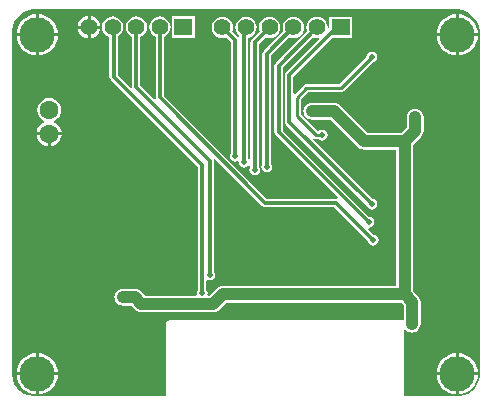
<source format=gbl>
G04*
G04 #@! TF.GenerationSoftware,Altium Limited,Altium Designer,20.0.2 (26)*
G04*
G04 Layer_Physical_Order=2*
G04 Layer_Color=16711680*
%FSLAX25Y25*%
%MOIN*%
G70*
G01*
G75*
%ADD68C,0.00984*%
%ADD71C,0.03937*%
%ADD72C,0.01181*%
%ADD73R,0.06000X0.05512*%
%ADD74C,0.05512*%
%ADD75C,0.06299*%
%ADD76C,0.11811*%
%ADD77C,0.01968*%
%ADD78C,0.03937*%
G36*
X151434Y131393D02*
X152889Y130789D01*
X154200Y129914D01*
X155314Y128800D01*
X156190Y127489D01*
X156793Y126033D01*
X157100Y124488D01*
Y123700D01*
Y10200D01*
Y9461D01*
X156812Y8012D01*
X156246Y6647D01*
X155426Y5419D01*
X154381Y4374D01*
X153153Y3554D01*
X151788Y2988D01*
X150339Y2700D01*
X132003D01*
Y24736D01*
X132503Y24906D01*
X132634Y24735D01*
X133210Y24293D01*
X133881Y24015D01*
X134600Y23920D01*
X135319Y24015D01*
X135990Y24293D01*
X136565Y24735D01*
X137007Y25310D01*
X137285Y25981D01*
X137380Y26700D01*
Y30450D01*
Y34200D01*
X137285Y34919D01*
X137007Y35590D01*
X136565Y36165D01*
X134880Y37851D01*
Y86549D01*
X137566Y89235D01*
X138007Y89810D01*
X138285Y90481D01*
X138380Y91200D01*
Y95700D01*
X138285Y96419D01*
X138007Y97090D01*
X137566Y97666D01*
X136990Y98107D01*
X136319Y98385D01*
X135600Y98480D01*
X134881Y98385D01*
X134210Y98107D01*
X133634Y97666D01*
X133193Y97090D01*
X132915Y96419D01*
X132820Y95700D01*
Y92351D01*
X130949Y90480D01*
X119751D01*
X110565Y99665D01*
X109990Y100107D01*
X109319Y100385D01*
X108600Y100480D01*
X101100D01*
X100381Y100385D01*
X99710Y100107D01*
X99134Y99665D01*
X98693Y99090D01*
X98415Y98419D01*
X98320Y97700D01*
X98415Y96981D01*
X98693Y96310D01*
X99134Y95735D01*
X99710Y95293D01*
X100381Y95015D01*
X101100Y94920D01*
X107449D01*
X116635Y85734D01*
X117210Y85293D01*
X117881Y85015D01*
X118600Y84920D01*
X129320D01*
Y39480D01*
X71600D01*
X70881Y39385D01*
X70210Y39107D01*
X69634Y38666D01*
X67208Y36239D01*
X66645D01*
X66315Y36740D01*
X66406Y37200D01*
X66269Y37891D01*
X66005Y38286D01*
Y41245D01*
X66505Y41512D01*
X67100Y41394D01*
X67791Y41531D01*
X68377Y41923D01*
X68769Y42509D01*
X68906Y43200D01*
X68769Y43891D01*
X68505Y44286D01*
Y81200D01*
X68405Y81701D01*
X68427Y81730D01*
X68948Y81865D01*
X84607Y66207D01*
X85062Y65902D01*
X85600Y65795D01*
X108518D01*
X119839Y54475D01*
X119931Y54009D01*
X120323Y53423D01*
X120909Y53031D01*
X121600Y52894D01*
X122291Y53031D01*
X122877Y53423D01*
X123269Y54009D01*
X123406Y54700D01*
X123269Y55391D01*
X122877Y55977D01*
X122291Y56369D01*
X121825Y56462D01*
X119854Y58433D01*
X120100Y58894D01*
X120791Y59031D01*
X121377Y59423D01*
X121769Y60009D01*
X121906Y60700D01*
X121769Y61391D01*
X121377Y61977D01*
X120791Y62369D01*
X120325Y62462D01*
X91505Y91282D01*
Y112370D01*
X101541Y122406D01*
X101923Y122248D01*
X102848Y122126D01*
X103405Y122199D01*
X103639Y121726D01*
X92607Y110694D01*
X92302Y110238D01*
X92195Y109700D01*
Y94200D01*
X92302Y93662D01*
X92607Y93207D01*
X119339Y66475D01*
X119431Y66009D01*
X119823Y65423D01*
X120409Y65031D01*
X121100Y64894D01*
X121791Y65031D01*
X122377Y65423D01*
X122769Y66009D01*
X122906Y66700D01*
X122769Y67391D01*
X122377Y67977D01*
X121791Y68369D01*
X121325Y68462D01*
X101476Y88311D01*
X101795Y88699D01*
X102101Y88495D01*
X102600Y88395D01*
X103364D01*
X103909Y88031D01*
X104600Y87894D01*
X105291Y88031D01*
X105877Y88423D01*
X106269Y89009D01*
X106406Y89700D01*
X106269Y90391D01*
X105877Y90977D01*
X105291Y91369D01*
X104600Y91506D01*
X103909Y91369D01*
X103364Y91005D01*
X103140D01*
X97405Y96740D01*
Y101660D01*
X99890Y104145D01*
X110850D01*
X111349Y104245D01*
X111773Y104527D01*
X121148Y113903D01*
X121791Y114031D01*
X122377Y114423D01*
X122769Y115009D01*
X122906Y115700D01*
X122769Y116391D01*
X122377Y116977D01*
X121791Y117369D01*
X121100Y117506D01*
X120409Y117369D01*
X119823Y116977D01*
X119431Y116391D01*
X119303Y115748D01*
X110310Y106755D01*
X99350D01*
X98851Y106655D01*
X98427Y106372D01*
X95505Y103450D01*
X95005Y103657D01*
Y109118D01*
X108044Y122157D01*
X114509D01*
Y129243D01*
X106935D01*
Y125411D01*
X106884Y125380D01*
X106419Y125679D01*
X106422Y125700D01*
X106300Y126625D01*
X105943Y127487D01*
X105375Y128227D01*
X104635Y128795D01*
X103773Y129152D01*
X102848Y129274D01*
X101923Y129152D01*
X101061Y128795D01*
X100321Y128227D01*
X99753Y127487D01*
X99396Y126625D01*
X99274Y125700D01*
X99396Y124775D01*
X99554Y124393D01*
X89107Y113945D01*
X88802Y113490D01*
X88695Y112952D01*
Y90700D01*
X88802Y90162D01*
X89107Y89707D01*
X109765Y69048D01*
X109630Y68528D01*
X109601Y68505D01*
X109100Y68605D01*
X86182D01*
X51894Y102893D01*
Y122510D01*
X52276Y122668D01*
X53016Y123236D01*
X53584Y123976D01*
X53941Y124838D01*
X54063Y125763D01*
X53941Y126688D01*
X53584Y127550D01*
X53016Y128290D01*
X52276Y128858D01*
X51414Y129215D01*
X50489Y129337D01*
X49564Y129215D01*
X48702Y128858D01*
X47962Y128290D01*
X47394Y127550D01*
X47037Y126688D01*
X46915Y125763D01*
X47037Y124838D01*
X47394Y123976D01*
X47962Y123236D01*
X48702Y122668D01*
X49084Y122510D01*
Y102311D01*
X49184Y101810D01*
X49161Y101781D01*
X48641Y101646D01*
X44020Y106267D01*
Y122510D01*
X44402Y122668D01*
X45142Y123236D01*
X45710Y123976D01*
X46067Y124838D01*
X46189Y125763D01*
X46067Y126688D01*
X45710Y127550D01*
X45142Y128290D01*
X44402Y128858D01*
X43540Y129215D01*
X42615Y129337D01*
X41690Y129215D01*
X40828Y128858D01*
X40088Y128290D01*
X39520Y127550D01*
X39163Y126688D01*
X39041Y125763D01*
X39163Y124838D01*
X39520Y123976D01*
X40088Y123236D01*
X40828Y122668D01*
X41210Y122510D01*
Y105784D01*
X40973Y105625D01*
X40725Y105562D01*
X36505Y109782D01*
Y122658D01*
X36528Y122668D01*
X37268Y123236D01*
X37836Y123976D01*
X38193Y124838D01*
X38315Y125763D01*
X38193Y126688D01*
X37836Y127550D01*
X37268Y128290D01*
X36528Y128858D01*
X35666Y129215D01*
X34741Y129337D01*
X33816Y129215D01*
X32954Y128858D01*
X32214Y128290D01*
X31646Y127550D01*
X31289Y126688D01*
X31167Y125763D01*
X31289Y124838D01*
X31646Y123976D01*
X32214Y123236D01*
X32954Y122668D01*
X33695Y122361D01*
Y109200D01*
X33802Y108662D01*
X34106Y108206D01*
X63195Y79118D01*
Y38286D01*
X62931Y37891D01*
X62794Y37200D01*
X62885Y36740D01*
X62555Y36239D01*
X45491D01*
X44065Y37666D01*
X43490Y38107D01*
X42819Y38385D01*
X42100Y38480D01*
X38100D01*
X37381Y38385D01*
X36710Y38107D01*
X36134Y37666D01*
X35693Y37090D01*
X35415Y36419D01*
X35320Y35700D01*
X35415Y34981D01*
X35693Y34310D01*
X36134Y33735D01*
X36710Y33293D01*
X37381Y33015D01*
X38100Y32920D01*
X40949D01*
X42375Y31494D01*
X42950Y31053D01*
X43621Y30775D01*
X44340Y30680D01*
X68360D01*
X69079Y30775D01*
X69750Y31053D01*
X70325Y31494D01*
X72751Y33920D01*
X130949D01*
X131820Y33049D01*
Y28334D01*
X131748Y28243D01*
X131320Y27979D01*
X131200Y28003D01*
X53400D01*
X53093Y27942D01*
X52832Y27768D01*
X52658Y27507D01*
X52597Y27200D01*
Y2700D01*
X8312D01*
X6767Y3007D01*
X5311Y3610D01*
X4000Y4486D01*
X2886Y5600D01*
X2011Y6911D01*
X1407Y8366D01*
X1100Y9912D01*
Y10700D01*
Y123700D01*
Y124488D01*
X1407Y126033D01*
X2011Y127489D01*
X2886Y128800D01*
X4000Y129914D01*
X5311Y130789D01*
X6767Y131393D01*
X8312Y131700D01*
X149888D01*
X151434Y131393D01*
D02*
G37*
%LPC*%
G36*
X27367Y129485D02*
Y126263D01*
X30589D01*
X30526Y126743D01*
X30148Y127657D01*
X29546Y128442D01*
X28761Y129044D01*
X27847Y129422D01*
X27367Y129485D01*
D02*
G37*
G36*
X26367D02*
X25886Y129422D01*
X24973Y129044D01*
X24188Y128442D01*
X23586Y127657D01*
X23208Y126743D01*
X23144Y126263D01*
X26367D01*
Y129485D01*
D02*
G37*
G36*
X150100Y130090D02*
Y123700D01*
X156490D01*
X156406Y124554D01*
X156011Y125855D01*
X155369Y127055D01*
X154507Y128107D01*
X153455Y128970D01*
X152255Y129611D01*
X150954Y130006D01*
X150100Y130090D01*
D02*
G37*
G36*
X149100D02*
X148246Y130006D01*
X146945Y129611D01*
X145745Y128970D01*
X144693Y128107D01*
X143831Y127055D01*
X143189Y125855D01*
X142794Y124554D01*
X142710Y123700D01*
X149100D01*
Y130090D01*
D02*
G37*
G36*
X10100D02*
Y123700D01*
X16490D01*
X16406Y124554D01*
X16011Y125855D01*
X15370Y127055D01*
X14507Y128107D01*
X13455Y128970D01*
X12255Y129611D01*
X10954Y130006D01*
X10100Y130090D01*
D02*
G37*
G36*
X9100D02*
X8246Y130006D01*
X6945Y129611D01*
X5745Y128970D01*
X4693Y128107D01*
X3830Y127055D01*
X3189Y125855D01*
X2794Y124554D01*
X2710Y123700D01*
X9100D01*
Y130090D01*
D02*
G37*
G36*
X62150Y129306D02*
X54576D01*
Y122220D01*
X62150D01*
Y129306D01*
D02*
G37*
G36*
X94974Y129274D02*
X94049Y129152D01*
X93187Y128795D01*
X92447Y128227D01*
X91879Y127487D01*
X91522Y126625D01*
X91400Y125700D01*
X91522Y124775D01*
X91680Y124393D01*
X85107Y117819D01*
X84802Y117364D01*
X84695Y116826D01*
Y80286D01*
X84431Y79891D01*
X84294Y79200D01*
X84431Y78509D01*
X84823Y77923D01*
X85409Y77531D01*
X86100Y77394D01*
X86791Y77531D01*
X87377Y77923D01*
X87769Y78509D01*
X87906Y79200D01*
X87769Y79891D01*
X87505Y80286D01*
Y116244D01*
X93667Y122406D01*
X94049Y122248D01*
X94974Y122126D01*
X95899Y122248D01*
X96761Y122605D01*
X97501Y123173D01*
X98069Y123913D01*
X98426Y124775D01*
X98548Y125700D01*
X98426Y126625D01*
X98069Y127487D01*
X97501Y128227D01*
X96761Y128795D01*
X95899Y129152D01*
X94974Y129274D01*
D02*
G37*
G36*
X30589Y125263D02*
X27367D01*
Y122040D01*
X27847Y122104D01*
X28761Y122482D01*
X29546Y123084D01*
X30148Y123869D01*
X30526Y124783D01*
X30589Y125263D01*
D02*
G37*
G36*
X26367D02*
X23144D01*
X23208Y124783D01*
X23586Y123869D01*
X24188Y123084D01*
X24973Y122482D01*
X25886Y122104D01*
X26367Y122040D01*
Y125263D01*
D02*
G37*
G36*
X156490Y122700D02*
X150100D01*
Y116310D01*
X150954Y116394D01*
X152255Y116789D01*
X153455Y117430D01*
X154507Y118293D01*
X155369Y119345D01*
X156011Y120545D01*
X156406Y121846D01*
X156490Y122700D01*
D02*
G37*
G36*
X149100D02*
X142710D01*
X142794Y121846D01*
X143189Y120545D01*
X143831Y119345D01*
X144693Y118293D01*
X145745Y117430D01*
X146945Y116789D01*
X148246Y116394D01*
X149100Y116310D01*
Y122700D01*
D02*
G37*
G36*
X16490D02*
X10100D01*
Y116310D01*
X10954Y116394D01*
X12255Y116789D01*
X13455Y117430D01*
X14507Y118293D01*
X15370Y119345D01*
X16011Y120545D01*
X16406Y121846D01*
X16490Y122700D01*
D02*
G37*
G36*
X9100D02*
X2710D01*
X2794Y121846D01*
X3189Y120545D01*
X3830Y119345D01*
X4693Y118293D01*
X5745Y117430D01*
X6945Y116789D01*
X8246Y116394D01*
X9100Y116310D01*
Y122700D01*
D02*
G37*
G36*
X13600Y102108D02*
X12572Y101973D01*
X11614Y101576D01*
X10792Y100945D01*
X10161Y100122D01*
X9764Y99165D01*
X9629Y98137D01*
X9764Y97109D01*
X10161Y96152D01*
X10792Y95329D01*
X11614Y94698D01*
X11886Y94586D01*
Y94045D01*
X11507Y93888D01*
X10640Y93222D01*
X9975Y92356D01*
X9557Y91346D01*
X9480Y90763D01*
X13600D01*
X17720D01*
X17643Y91346D01*
X17225Y92356D01*
X16559Y93222D01*
X15693Y93888D01*
X15314Y94045D01*
Y94586D01*
X15586Y94698D01*
X16408Y95329D01*
X17039Y96152D01*
X17436Y97109D01*
X17571Y98137D01*
X17436Y99165D01*
X17039Y100122D01*
X16408Y100945D01*
X15586Y101576D01*
X14628Y101973D01*
X13600Y102108D01*
D02*
G37*
G36*
X13100Y89763D02*
X9480D01*
X9557Y89180D01*
X9975Y88170D01*
X10640Y87304D01*
X11507Y86638D01*
X12517Y86220D01*
X13100Y86143D01*
Y89763D01*
D02*
G37*
G36*
X17720D02*
X14100D01*
Y86143D01*
X14683Y86220D01*
X15693Y86638D01*
X16559Y87304D01*
X17225Y88170D01*
X17643Y89180D01*
X17720Y89763D01*
D02*
G37*
G36*
X87100Y129274D02*
X86175Y129152D01*
X85313Y128795D01*
X84573Y128227D01*
X84005Y127487D01*
X83648Y126625D01*
X83526Y125700D01*
X83648Y124775D01*
X83806Y124393D01*
X81107Y121694D01*
X80802Y121238D01*
X80695Y120700D01*
Y81967D01*
X80195Y81753D01*
X80005Y81933D01*
Y122229D01*
X80151Y122248D01*
X81013Y122605D01*
X81753Y123173D01*
X82321Y123913D01*
X82678Y124775D01*
X82800Y125700D01*
X82678Y126625D01*
X82321Y127487D01*
X81753Y128227D01*
X81013Y128795D01*
X80151Y129152D01*
X79226Y129274D01*
X78301Y129152D01*
X77439Y128795D01*
X76699Y128227D01*
X76131Y127487D01*
X75774Y126625D01*
X75652Y125700D01*
X75774Y124775D01*
X76131Y123913D01*
X76699Y123173D01*
X77031Y122918D01*
X77008Y122724D01*
X76888Y122644D01*
X76484Y122555D01*
X74646Y124393D01*
X74804Y124775D01*
X74926Y125700D01*
X74804Y126625D01*
X74447Y127487D01*
X73879Y128227D01*
X73139Y128795D01*
X72277Y129152D01*
X71352Y129274D01*
X70427Y129152D01*
X69565Y128795D01*
X68825Y128227D01*
X68257Y127487D01*
X67900Y126625D01*
X67778Y125700D01*
X67900Y124775D01*
X68257Y123913D01*
X68825Y123173D01*
X69565Y122605D01*
X70427Y122248D01*
X71352Y122126D01*
X72277Y122248D01*
X72659Y122406D01*
X74195Y120870D01*
Y83786D01*
X73931Y83391D01*
X73794Y82700D01*
X73931Y82009D01*
X74323Y81423D01*
X74909Y81031D01*
X75600Y80894D01*
X76291Y81031D01*
X76359Y81076D01*
X76809Y80775D01*
X76794Y80700D01*
X76931Y80009D01*
X77323Y79423D01*
X77909Y79031D01*
X78600Y78894D01*
X79291Y79031D01*
X79877Y79423D01*
X80195Y79898D01*
X80695Y79783D01*
Y79286D01*
X80431Y78891D01*
X80294Y78200D01*
X80431Y77509D01*
X80823Y76923D01*
X81409Y76531D01*
X82100Y76394D01*
X82791Y76531D01*
X83377Y76923D01*
X83769Y77509D01*
X83906Y78200D01*
X83769Y78891D01*
X83505Y79286D01*
Y120118D01*
X85793Y122406D01*
X86175Y122248D01*
X87100Y122126D01*
X88025Y122248D01*
X88887Y122605D01*
X89627Y123173D01*
X90195Y123913D01*
X90552Y124775D01*
X90674Y125700D01*
X90552Y126625D01*
X90195Y127487D01*
X89627Y128227D01*
X88887Y128795D01*
X88025Y129152D01*
X87100Y129274D01*
D02*
G37*
G36*
X150100Y17090D02*
Y10700D01*
X156490D01*
X156406Y11554D01*
X156011Y12855D01*
X155369Y14055D01*
X154507Y15107D01*
X153455Y15969D01*
X152255Y16611D01*
X150954Y17006D01*
X150100Y17090D01*
D02*
G37*
G36*
X149100D02*
X148246Y17006D01*
X146945Y16611D01*
X145745Y15969D01*
X144693Y15107D01*
X143831Y14055D01*
X143189Y12855D01*
X142794Y11554D01*
X142710Y10700D01*
X149100D01*
Y17090D01*
D02*
G37*
G36*
X10100D02*
Y10700D01*
X16490D01*
X16406Y11554D01*
X16011Y12855D01*
X15370Y14055D01*
X14507Y15107D01*
X13455Y15969D01*
X12255Y16611D01*
X10954Y17006D01*
X10100Y17090D01*
D02*
G37*
G36*
X9100D02*
X8246Y17006D01*
X6945Y16611D01*
X5745Y15969D01*
X4693Y15107D01*
X3830Y14055D01*
X3189Y12855D01*
X2794Y11554D01*
X2710Y10700D01*
X9100D01*
Y17090D01*
D02*
G37*
G36*
X156490Y9700D02*
X150100D01*
Y3310D01*
X150954Y3394D01*
X152255Y3789D01*
X153455Y4431D01*
X154507Y5293D01*
X155369Y6345D01*
X156011Y7545D01*
X156406Y8846D01*
X156490Y9700D01*
D02*
G37*
G36*
X149100D02*
X142710D01*
X142794Y8846D01*
X143189Y7545D01*
X143831Y6345D01*
X144693Y5293D01*
X145745Y4431D01*
X146945Y3789D01*
X148246Y3394D01*
X149100Y3310D01*
Y9700D01*
D02*
G37*
G36*
X16490D02*
X10100D01*
Y3310D01*
X10954Y3394D01*
X12255Y3789D01*
X13455Y4431D01*
X14507Y5293D01*
X15370Y6345D01*
X16011Y7545D01*
X16406Y8846D01*
X16490Y9700D01*
D02*
G37*
G36*
X9100D02*
X2710D01*
X2794Y8846D01*
X3189Y7545D01*
X3830Y6345D01*
X4693Y5293D01*
X5745Y4431D01*
X6945Y3789D01*
X8246Y3394D01*
X9100Y3310D01*
Y9700D01*
D02*
G37*
%LPD*%
D68*
X110850Y105450D02*
X121100Y115700D01*
X99350Y105450D02*
X110850D01*
X96100Y102200D02*
X99350Y105450D01*
X96100Y96200D02*
Y102200D01*
Y96200D02*
X102600Y89700D01*
X104600D01*
D71*
X108600Y97700D02*
X118600Y87700D01*
X132100D01*
X103100Y97700D02*
X108600D01*
X38100Y35700D02*
X42100D01*
X44340Y33460D01*
X68360D01*
X71600Y36700D01*
X132100D01*
X134600Y30450D02*
Y34200D01*
Y26700D02*
Y30450D01*
X101100Y97700D02*
X103100D01*
X132100Y36700D02*
X134600Y34200D01*
X132100Y36700D02*
Y87700D01*
X135600Y91200D02*
Y95700D01*
X132100Y87700D02*
X135600Y91200D01*
D72*
X42615Y105685D02*
X67100Y81200D01*
X42615Y105685D02*
Y125763D01*
X67100Y43200D02*
Y81200D01*
X109100Y67200D02*
X121600Y54700D01*
X85600Y67200D02*
X109100D01*
X93600Y109700D02*
X109600Y125700D01*
X93600Y94200D02*
Y109700D01*
Y94200D02*
X121100Y66700D01*
X90100Y112952D02*
X102848Y125700D01*
X90100Y90700D02*
Y112952D01*
Y90700D02*
X120100Y60700D01*
X78600Y125074D02*
X79226Y125700D01*
X78600Y80700D02*
Y125074D01*
X75600Y82700D02*
Y121452D01*
X71352Y125700D02*
X75600Y121452D01*
X35100Y109200D02*
Y125763D01*
X64600Y37200D02*
Y79700D01*
X35100Y109200D02*
X64600Y79700D01*
X50489Y102311D02*
X85600Y67200D01*
X109600Y125700D02*
X110722D01*
X86100Y79200D02*
Y116826D01*
X94974Y125700D01*
X82100Y120700D02*
X87100Y125700D01*
X82100Y78200D02*
Y120700D01*
X50489Y102311D02*
Y125763D01*
D73*
X110722Y125700D02*
D03*
X58363Y125763D02*
D03*
D74*
X102848Y125700D02*
D03*
X94974D02*
D03*
X87100D02*
D03*
X79226D02*
D03*
X71352D02*
D03*
X26867Y125763D02*
D03*
X34741D02*
D03*
X42615D02*
D03*
X50489D02*
D03*
D75*
X13600Y98137D02*
D03*
Y90263D02*
D03*
D76*
X149600Y123200D02*
D03*
Y10200D02*
D03*
X9600D02*
D03*
Y123200D02*
D03*
D77*
X51600Y42200D02*
D03*
X46600D02*
D03*
X71600Y87200D02*
D03*
X76600Y67200D02*
D03*
X71600Y62200D02*
D03*
X141600Y102200D02*
D03*
Y122200D02*
D03*
Y112200D02*
D03*
X126600Y127200D02*
D03*
X136600D02*
D03*
Y122200D02*
D03*
X131600D02*
D03*
X126600D02*
D03*
X121600D02*
D03*
X46600Y77200D02*
D03*
X51600Y72200D02*
D03*
Y77200D02*
D03*
X46600Y72200D02*
D03*
X6600Y37200D02*
D03*
Y42200D02*
D03*
Y47200D02*
D03*
Y52200D02*
D03*
Y57200D02*
D03*
Y62200D02*
D03*
Y67200D02*
D03*
X11600Y77200D02*
D03*
X6600D02*
D03*
X26600Y82200D02*
D03*
X21600D02*
D03*
X16600Y117200D02*
D03*
X21600D02*
D03*
Y112200D02*
D03*
X11600D02*
D03*
X101600Y47200D02*
D03*
X96600D02*
D03*
X91600D02*
D03*
X86600D02*
D03*
X81600D02*
D03*
X71600D02*
D03*
X76600Y52200D02*
D03*
Y47200D02*
D03*
X106600Y42200D02*
D03*
X101600D02*
D03*
X96600D02*
D03*
X91600D02*
D03*
X86600D02*
D03*
X81600D02*
D03*
X76600D02*
D03*
X71600D02*
D03*
X96600Y72200D02*
D03*
Y77200D02*
D03*
X91600Y72200D02*
D03*
Y77200D02*
D03*
X89320Y51157D02*
D03*
Y55487D02*
D03*
Y59818D02*
D03*
X146600Y37200D02*
D03*
X141600Y92200D02*
D03*
X146600Y87200D02*
D03*
Y92200D02*
D03*
X151600Y82200D02*
D03*
Y92200D02*
D03*
Y102200D02*
D03*
Y112200D02*
D03*
Y42200D02*
D03*
Y32200D02*
D03*
X21600Y7200D02*
D03*
X26600D02*
D03*
Y12200D02*
D03*
X36600D02*
D03*
X31600Y7200D02*
D03*
X36600D02*
D03*
X41600D02*
D03*
Y17200D02*
D03*
X36600Y42200D02*
D03*
Y47200D02*
D03*
Y52200D02*
D03*
X41600Y22200D02*
D03*
Y12200D02*
D03*
X31600D02*
D03*
X21600D02*
D03*
X141600Y7200D02*
D03*
Y17200D02*
D03*
X151600Y27200D02*
D03*
Y37200D02*
D03*
Y47200D02*
D03*
Y87200D02*
D03*
Y97200D02*
D03*
Y107200D02*
D03*
X141600D02*
D03*
Y117200D02*
D03*
Y127200D02*
D03*
X131600D02*
D03*
X121600D02*
D03*
X26600Y112200D02*
D03*
X16600D02*
D03*
X6600D02*
D03*
X118100Y87806D02*
D03*
X128100Y100200D02*
D03*
X55600Y84200D02*
D03*
X67100Y107700D02*
D03*
X63600D02*
D03*
X67100Y116200D02*
D03*
X63600D02*
D03*
X16100Y83200D02*
D03*
X12100D02*
D03*
X8100D02*
D03*
Y87200D02*
D03*
Y91200D02*
D03*
X29600Y108200D02*
D03*
X26100D02*
D03*
X4100Y21200D02*
D03*
Y26200D02*
D03*
Y31700D02*
D03*
X30100Y50700D02*
D03*
X24600Y37200D02*
D03*
X21100D02*
D03*
X29100Y43200D02*
D03*
Y46700D02*
D03*
X6100Y73200D02*
D03*
X39100Y77200D02*
D03*
X42600Y74700D02*
D03*
X24600Y75200D02*
D03*
X21100D02*
D03*
X50100Y45700D02*
D03*
X46100D02*
D03*
X42600D02*
D03*
X50600Y68200D02*
D03*
X46600D02*
D03*
X43100Y69200D02*
D03*
X118600Y29300D02*
D03*
X115100D02*
D03*
X111600D02*
D03*
X108100D02*
D03*
X104600D02*
D03*
X101100D02*
D03*
X97600D02*
D03*
X94100D02*
D03*
X90600D02*
D03*
X87100D02*
D03*
X83600D02*
D03*
X80100D02*
D03*
X76600D02*
D03*
X73100D02*
D03*
X69600D02*
D03*
X66100D02*
D03*
X147100Y24700D02*
D03*
Y28700D02*
D03*
Y33200D02*
D03*
X146600Y43700D02*
D03*
Y47200D02*
D03*
X147600Y52700D02*
D03*
Y56700D02*
D03*
Y60700D02*
D03*
X147100Y71200D02*
D03*
Y75200D02*
D03*
X145600Y79200D02*
D03*
Y83200D02*
D03*
X121600Y79200D02*
D03*
X125100Y82700D02*
D03*
X121600D02*
D03*
X109100Y91200D02*
D03*
X102100Y113700D02*
D03*
X105100Y111200D02*
D03*
X145100Y96700D02*
D03*
Y100200D02*
D03*
X136100Y113700D02*
D03*
Y117200D02*
D03*
X135600Y108700D02*
D03*
X124100Y107200D02*
D03*
Y100200D02*
D03*
X120600D02*
D03*
Y103700D02*
D03*
X124100D02*
D03*
X128100D02*
D03*
Y107200D02*
D03*
X120600D02*
D03*
X38100Y35700D02*
D03*
X100600Y97700D02*
D03*
X134600Y34200D02*
D03*
Y30450D02*
D03*
Y26700D02*
D03*
X135600Y95700D02*
D03*
X86100Y79200D02*
D03*
X82100Y78200D02*
D03*
X78600Y80700D02*
D03*
X75600Y82700D02*
D03*
X103100Y97700D02*
D03*
X121100Y66700D02*
D03*
X120100Y60700D02*
D03*
X121600Y54700D02*
D03*
X67100Y43200D02*
D03*
X64600Y37200D02*
D03*
X104600Y89700D02*
D03*
X121100Y115700D02*
D03*
D78*
X95600Y60700D02*
D03*
Y51200D02*
D03*
X83600D02*
D03*
X84100Y59700D02*
D03*
M02*

</source>
